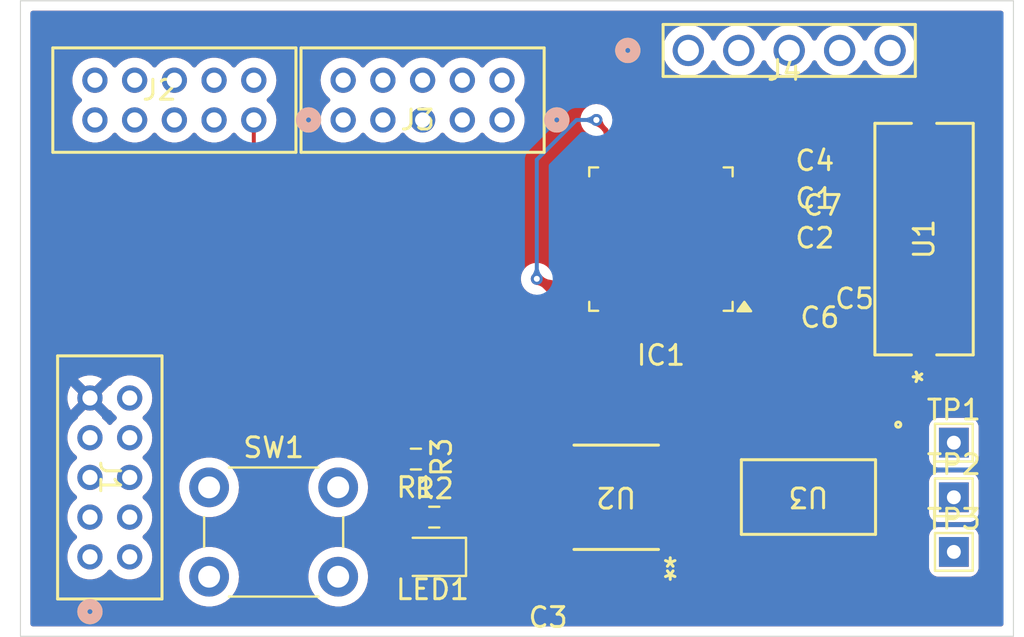
<source format=kicad_pcb>
(kicad_pcb (version 20240108) (generator "pcbnew") (generator_version "8.0")
  (layers (0 "F.Cu" signal) (31 "B.Cu" signal) (34 "B.Paste" user) (35 "F.Paste" user) (36 "B.SilkS" user "B.Silkscreen") (37 "F.SilkS" user "F.Silkscreen") (38 "B.Mask" user) (39 "F.Mask" user) (44 "Edge.Cuts" user))
  (net 0 "")
  (net 1 "RCC_OSC_OUT")
  (net 2 "GND")
  (net 3 "RCC_OSC_IN")
  (net 4 "Net-(U2-VCC)")
  (net 5 "+5V")
  (net 6 "/-3.3V")
  (net 7 "VDDA")
  (net 8 "SWCLK")
  (net 9 "/NC")
  (net 10 "TIM3_CH4")
  (net 11 "TIM2_CH3")
  (net 12 "LED")
  (net 13 "USART1_RX")
  (net 14 "TIM3_CH1")
  (net 15 "TIM1_CH3")
  (net 16 "MOSI")
  (net 17 "USART3_RX")
  (net 18 "USART1_TX")
  (net 19 "USART3_TX")
  (net 20 "TIM1_CH2")
  (net 21 "NRST")
  (net 22 "TIM3_CH3")
  (net 23 "SCLK")
  (net 24 "USART1_DE")
  (net 25 "SYS_SWDIO")
  (net 26 "TIM3_CH2")
  (net 27 "CS")
  (net 28 "TIM2_CH2")
  (net 29 "TIM2_CH1")
  (net 30 "TIM1_CH4")
  (net 31 "TIM1_CH1")
  (net 32 "TIM2_CH4")
  (net 33 "MISO")
  (net 34 "+5.0V")
  (net 35 "5V_GND")
  (net 36 "5V")
  (net 37 "A")
  (net 38 "B")
  (net 39 "SCK")
  (net 40 "Net-(LED1-Pad2)")
  (net 41 "5.2V")
  (net 42 "3.3V")
  (footprint "LED_SMD:LED_0805_2012Metric" (layer "F.Cu") (at 145.75 110 180)
    (property "Reference" "LED1" (at 0 -1.65 0) (layer "F.SilkS"))
    (property "Value" "APT2012SGC")
    (fp_line (start 1 -0.96) (end -1.685 -0.96) (stroke (width 0.12)) (layer "F.SilkS"))
    (fp_line (start -1.685 0.96) (end 1 0.96) (stroke (width 0.12)) (layer "F.SilkS"))
    (fp_line (start -1.685 -0.96) (end -1.685 0.96) (stroke (width 0.12)) (layer "F.SilkS"))
    (pad "1" smd roundrect (at -0.9375 0 180) (size 0.975 1.4) (layers "F.Cu" "F.Paste" "F.Mask") (net 2 "GND"))
    (pad "2" smd roundrect (at 0.9375 0 180) (size 0.975 1.4) (layers "F.Cu" "F.Paste" "F.Mask") (net 40 "Net-(LED1-Pad2)"))
  )
  (footprint "TestPoint:TestPoint_THTPad_1.5x1.5mm_Drill0.7mm" (layer "F.Cu") (at 172 109.75)
    (property "Reference" "TP3" (at 0 -1.648 0) (layer "F.SilkS"))
    (property "Value" "TestPoint")
    (fp_line (start -0.95 -0.95) (end 0.95 -0.95) (stroke (width 0.12)) (layer "F.SilkS"))
    (fp_line (start -0.95 0.95) (end -0.95 -0.95) (stroke (width 0.12)) (layer "F.SilkS"))
    (fp_line (start 0.95 -0.95) (end 0.95 0.95) (stroke (width 0.12)) (layer "F.SilkS"))
    (fp_line (start 0.95 0.95) (end -0.95 0.95) (stroke (width 0.12)) (layer "F.SilkS"))
    (pad "1" thru_hole rect (at 0 0) (size 1.5 1.5) (drill 0.7) (layers "*.Cu" "*.Mask") (net 42 "3.3V"))
  )
  (footprint "Capacitor_SMD:C_0201_0603Metric_Pad0.64x0.40mm_HandSolder" (layer "F.Cu") (at 165.1825 96 180)
    (property "Reference" "C5" (at -1.8175 -1 0) (layer "F.SilkS"))
    (property "Value" "GRM188R60G226MEA0D")
    (pad "1" smd roundrect (at -0.4075 0 180) (size 0.635 0.4) (layers "F.Cu" "F.Mask") (net 2 "GND"))
    (pad "2" smd roundrect (at 0.4075 0 180) (size 0.635 0.4) (layers "F.Cu" "F.Mask") (net 5 "+5V"))
  )
  (footprint "Button_Switch_THT:SW_PUSH_6mm" (layer "F.Cu") (at 134.5 106.5)
    (property "Reference" "SW1" (at 3.25 -2 0) (layer "F.SilkS"))
    (property "Value" "SW_Push")
    (fp_line (start -0.25 1.5) (end -0.25 3) (stroke (width 0.12)) (layer "F.SilkS"))
    (fp_line (start 1 5.5) (end 5.5 5.5) (stroke (width 0.12)) (layer "F.SilkS"))
    (fp_line (start 5.5 -1) (end 1 -1) (stroke (width 0.12)) (layer "F.SilkS"))
    (fp_line (start 6.75 3) (end 6.75 1.5) (stroke (width 0.12)) (layer "F.SilkS"))
    (pad "1" thru_hole circle (at 0 0 90) (size 2 2) (drill 1.1) (layers "*.Cu" "*.Mask") (net 21 "NRST"))
    (pad "1" thru_hole circle (at 6.5 0 90) (size 2 2) (drill 1.1) (layers "*.Cu" "*.Mask") (net 21 "NRST"))
    (pad "2" thru_hole circle (at 0 4.5 90) (size 2 2) (drill 1.1) (layers "*.Cu" "*.Mask") (net 2 "GND"))
    (pad "2" thru_hole circle (at 6.5 4.5 90) (size 2 2) (drill 1.1) (layers "*.Cu" "*.Mask") (net 2 "GND"))
  )
  (footprint "ST Link:CON10_2X5_UF_DF11_HIR" (layer "F.Cu") (at 128.499999 110 -90)
    (property "Reference" "J1" (at -4 -1 -90) (layer "F.SilkS"))
    (property "Value" "~")
    (fp_circle (center 2.7564 0) (end 3.1374 0) (stroke (width 0.508)) (fill none) (layer "B.SilkS"))
    (fp_line (start -10.1214 1.6289) (end 2.1214 1.6289) (stroke (width 0.1524)) (layer "F.SilkS"))
    (fp_line (start 2.1214 1.6289) (end 2.1214 -3.6289) (stroke (width 0.1524)) (layer "F.SilkS"))
    (fp_line (start -10.1214 -3.6289) (end -10.1214 1.6289) (stroke (width 0.1524)) (layer "F.SilkS"))
    (fp_line (start 2.1214 -3.6289) (end -10.1214 -3.6289) (stroke (width 0.1524)) (layer "F.SilkS"))
    (fp_circle (center 2.7564 0) (end 3.1374 0) (stroke (width 0.508)) (fill none) (layer "F.SilkS"))
    (pad "1" thru_hole circle (at 0 0 270) (size 1.27 1.27) (drill 0.762) (layers "*.Cu" "*.Mask") (net 9 "/NC"))
    (pad "2" thru_hole circle (at 0 -2.000001 270) (size 1.27 1.27) (drill 0.762) (layers "*.Cu" "*.Mask") (net 25 "SYS_SWDIO"))
    (pad "3" thru_hole circle (at -1.999999 0 270) (size 1.27 1.27) (drill 0.762) (layers "*.Cu" "*.Mask") (net 2 "GND"))
    (pad "4" thru_hole circle (at -1.999999 -2.000001 270) (size 1.27 1.27) (drill 0.762) (layers "*.Cu" "*.Mask") (net 2 "GND"))
    (pad "5" thru_hole circle (at -4 0 270) (size 1.27 1.27) (drill 0.762) (layers "*.Cu" "*.Mask") (net 9 "/NC"))
    (pad "6" thru_hole circle (at -4 -2.000001 270) (size 1.27 1.27) (drill 0.762) (layers "*.Cu" "*.Mask") (net 8 "SWCLK"))
    (pad "7" thru_hole circle (at -6.000001 0 270) (size 1.27 1.27) (drill 0.762) (layers "*.Cu" "*.Mask") (net 7 "VDDA"))
    (pad "8" thru_hole circle (at -6.000001 -2.000001 270) (size 1.27 1.27) (drill 0.762) (layers "*.Cu" "*.Mask") (net 9 "/NC"))
    (pad "9" thru_hole circle (at -7.999999 0 270) (size 1.27 1.27) (drill 0.762) (layers "*.Cu" "*.Mask") (net 34 "+5.0V"))
    (pad "10" thru_hole circle (at -7.999999 -2.000001 270) (size 1.27 1.27) (drill 0.762) (layers "*.Cu" "*.Mask") (net 9 "/NC"))
  )
  (footprint "TestPoint:TestPoint_THTPad_1.5x1.5mm_Drill0.7mm" (layer "F.Cu") (at 172 107)
    (property "Reference" "TP2" (at 0 -1.648 0) (layer "F.SilkS"))
    (property "Value" "TestPoint")
    (fp_line (start -0.95 -0.95) (end 0.95 -0.95) (stroke (width 0.12)) (layer "F.SilkS"))
    (fp_line (start -0.95 0.95) (end -0.95 -0.95) (stroke (width 0.12)) (layer "F.SilkS"))
    (fp_line (start 0.95 -0.95) (end 0.95 0.95) (stroke (width 0.12)) (layer "F.SilkS"))
    (fp_line (start 0.95 0.95) (end -0.95 0.95) (stroke (width 0.12)) (layer "F.SilkS"))
    (pad "1" thru_hole rect (at 0 0) (size 1.5 1.5) (drill 0.7) (layers "*.Cu" "*.Mask") (net 41 "5.2V"))
  )
  (footprint "Backplane:CON10_2X5_UF_DF11_HIR" (layer "F.Cu") (at 136.749999 88.000001)
    (property "Reference" "J2" (at -4.75 -1.500001 0) (layer "F.SilkS"))
    (property "Value" "DF11-10DP-2DSA24")
    (fp_circle (center 2.7564 0) (end 3.1374 0) (stroke (width 0.508)) (fill none) (layer "B.SilkS"))
    (fp_line (start -10.1214 -3.6289) (end -10.1214 1.6289) (stroke (width 0.1524)) (layer "F.SilkS"))
    (fp_line (start -10.1214 1.6289) (end 2.1214 1.6289) (stroke (width 0.1524)) (layer "F.SilkS"))
    (fp_line (start 2.1214 -3.6289) (end -10.1214 -3.6289) (stroke (width 0.1524)) (layer "F.SilkS"))
    (fp_line (start 2.1214 1.6289) (end 2.1214 -3.6289) (stroke (width 0.1524)) (layer "F.SilkS"))
    (fp_circle (center 2.7564 0) (end 3.1374 0) (stroke (width 0.508)) (fill none) (layer "F.SilkS"))
    (pad "1" thru_hole circle (at 0 0) (size 1.27 1.27) (drill 0.762) (layers "*.Cu" "*.Mask") (net 36 "5V"))
    (pad "2" thru_hole circle (at 0 -2.000001) (size 1.27 1.27) (drill 0.762) (layers "*.Cu" "*.Mask") (net 35 "5V_GND"))
    (pad "3" thru_hole circle (at -1.999999 0) (size 1.27 1.27) (drill 0.762) (layers "*.Cu" "*.Mask") (net 37 "A"))
    (pad "4" thru_hole circle (at -1.999999 -2.000001) (size 1.27 1.27) (drill 0.762) (layers "*.Cu" "*.Mask") (net 38 "B"))
    (pad "5" thru_hole circle (at -4 0) (size 1.27 1.27) (drill 0.762) (layers "*.Cu" "*.Mask") (net 31 "TIM1_CH1"))
    (pad "6" thru_hole circle (at -4 -2.000001) (size 1.27 1.27) (drill 0.762) (layers "*.Cu" "*.Mask") (net 20 "TIM1_CH2"))
    (pad "7" thru_hole circle (at -6.000001 0) (size 1.27 1.27) (drill 0.762) (layers "*.Cu" "*.Mask") (net 15 "TIM1_CH3"))
    (pad "8" thru_hole circle (at -6.000001 -2.000001) (size 1.27 1.27) (drill 0.762) (layers "*.Cu" "*.Mask") (net 30 "TIM1_CH4"))
    (pad "9" thru_hole circle (at -7.999999 0) (size 1.27 1.27) (drill 0.762) (layers "*.Cu" "*.Mask") (net 29 "TIM2_CH1"))
    (pad "10" thru_hole circle (at -7.999999 -2.000001) (size 1.27 1.27) (drill 0.762) (layers "*.Cu" "*.Mask") (net 28 "TIM2_CH2"))
  )
  (footprint "Capacitor_SMD:C_0201_0603Metric_Pad0.64x0.40mm_HandSolder" (layer "F.Cu") (at 165 93)
    (property "Reference" "C1" (at 0 -1.05 0) (layer "F.SilkS"))
    (property "Value" "18pF")
    (pad "1" smd roundrect (at -0.4075 0) (size 0.635 0.4) (layers "F.Cu" "F.Mask") (net 1 "RCC_OSC_OUT"))
    (pad "2" smd roundrect (at 0.4075 0) (size 0.635 0.4) (layers "F.Cu" "F.Mask") (net 2 "GND"))
  )
  (footprint "footprints:CONN_A-4030-05A_MOL" (layer "F.Cu") (at 158.63 84.5)
    (property "Reference" "J4" (at 4.83 1 0) (layer "F.SilkS"))
    (property "Value" "Conn_2Rows-05Pins")
    (fp_circle (center -3.048 0) (end -2.667 0) (stroke (width 0.508)) (fill none) (layer "B.SilkS"))
    (fp_line (start -1.27 -1.3081) (end -1.27 1.3081) (stroke (width 0.1524)) (layer "F.SilkS"))
    (fp_line (start -1.27 1.3081) (end 11.43 1.3081) (stroke (width 0.1524)) (layer "F.SilkS"))
    (fp_line (start 11.43 -1.3081) (end -1.27 -1.3081) (stroke (width 0.1524)) (layer "F.SilkS"))
    (fp_line (start 11.43 1.3081) (end 11.43 -1.3081) (stroke (width 0.1524)) (layer "F.SilkS"))
    (fp_circle (center -3.048 0) (end -2.667 0) (stroke (width 0.508)) (fill none) (layer "F.SilkS"))
    (pad "1" thru_hole circle (at 0 0) (size 1.5748 1.5748) (drill 1.0668) (layers "*.Cu" "*.Mask") (net 16 "MOSI"))
    (pad "2" thru_hole circle (at 2.54 0) (size 1.5748 1.5748) (drill 1.0668) (layers "*.Cu" "*.Mask") (net 33 "MISO"))
    (pad "3" thru_hole circle (at 5.08 0) (size 1.5748 1.5748) (drill 1.0668) (layers "*.Cu" "*.Mask") (net 39 "SCK"))
    (pad "4" thru_hole circle (at 7.62 0) (size 1.5748 1.5748) (drill 1.0668) (layers "*.Cu" "*.Mask") (net 27 "CS"))
    (pad "5" thru_hole circle (at 10.16 0) (size 1.5748 1.5748) (drill 1.0668) (layers "*.Cu" "*.Mask") (net 2 "GND"))
  )
  (footprint "Capacitor_SMD:C_0201_0603Metric_Pad0.64x0.40mm_HandSolder" (layer "F.Cu") (at 165.25 99)
    (property "Reference" "C6" (at 0 -1.05 360) (layer "F.SilkS"))
    (property "Value" "GRM188R60G226MEA0D")
    (pad "1" smd roundrect (at -0.4075 0) (size 0.635 0.4) (layers "F.Cu" "F.Mask") (net 6 "/-3.3V"))
    (pad "2" smd roundrect (at 0.4075 0) (size 0.635 0.4) (layers "F.Cu" "F.Mask") (net 2 "GND"))
  )
  (footprint "Capacitor_SMD:C_0201_0603Metric_Pad0.64x0.40mm_HandSolder" (layer "F.Cu") (at 151.5675 112 180)
    (property "Reference" "C3" (at 0 -1.05 360) (layer "F.SilkS"))
    (property "Value" "CL10B104KB8NNWC")
    (pad "1" smd roundrect (at -0.4075 0 180) (size 0.635 0.4) (layers "F.Cu" "F.Mask") (net 4 "Net-(U2-VCC)"))
    (pad "2" smd roundrect (at 0.4075 0 180) (size 0.635 0.4) (layers "F.Cu" "F.Mask") (net 5 "+5V"))
  )
  (footprint "TestPoint:TestPoint_THTPad_1.5x1.5mm_Drill0.7mm" (layer "F.Cu") (at 172 104.25)
    (property "Reference" "TP1" (at 0 -1.648 0) (layer "F.SilkS"))
    (property "Value" "TestPoint")
    (fp_line (start -0.95 -0.95) (end 0.95 -0.95) (stroke (width 0.12)) (layer "F.SilkS"))
    (fp_line (start -0.95 0.95) (end -0.95 -0.95) (stroke (width 0.12)) (layer "F.SilkS"))
    (fp_line (start 0.95 -0.95) (end 0.95 0.95) (stroke (width 0.12)) (layer "F.SilkS"))
    (fp_line (start 0.95 0.95) (end -0.95 0.95) (stroke (width 0.12)) (layer "F.SilkS"))
    (pad "1" thru_hole rect (at 0 0) (size 1.5 1.5) (drill 0.7) (layers "*.Cu" "*.Mask") (net 2 "GND"))
  )
  (footprint "Capacitor_SMD:C_0201_0603Metric_Pad0.64x0.40mm_HandSolder" (layer "F.Cu") (at 165.4075 91 180)
    (property "Reference" "C7" (at 0.02 -1.3 0) (layer "F.SilkS"))
    (property "Value" "C")
    (pad "1" smd roundrect (at -0.4075 0 180) (size 0.635 0.4) (layers "F.Cu" "F.Mask") (net 2 "GND"))
    (pad "2" smd roundrect (at 0.4075 0 180) (size 0.635 0.4) (layers "F.Cu" "F.Mask") (net 7 "VDDA"))
  )
  (footprint "Resistor_SMD:R_0603_1608Metric_Pad0.98x0.95mm_HandSolder" (layer "F.Cu") (at 144.9125 105.075 180)
    (property "Reference" "R1" (at 0 -1.43 0) (layer "F.SilkS"))
    (property "Value" "20k")
    (fp_line (start -0.254724 0.5225) (end 0.254724 0.5225) (stroke (width 0.12)) (layer "F.SilkS"))
    (fp_line (start -0.254724 -0.5225) (end 0.254724 -0.5225) (stroke (width 0.12)) (layer "F.SilkS"))
    (pad "1" smd roundrect (at -0.9125 0 180) (size 0.975 0.95) (layers "F.Cu" "F.Paste" "F.Mask") (net 38 "B"))
    (pad "2" smd roundrect (at 0.9125 0 180) (size 0.975 0.95) (layers "F.Cu" "F.Paste" "F.Mask") (net 2 "GND"))
  )
  (footprint "A1117IH:SOT223_AZ1117I_6P5X3P5_DIO" (layer "F.Cu") (at 164.6785 106.9873 180)
    (property "Reference" "U3" (at 0 0 180) (layer "F.SilkS"))
    (property "Value" "~")
    (fp_poly (pts (xy 1.5748 -4.0005) (xy -1.5748 -4.0005) (xy -1.5748 -2.4511) (xy 1.5748 -2.4511)) (fill solid) (layer "F.Cu"))
    (fp_line (start 3.3782 1.8796) (end 3.3782 -1.8796) (stroke (width 0.1524)) (layer "F.SilkS"))
    (fp_line (start 3.3782 -1.8796) (end -3.3782 -1.8796) (stroke (width 0.1524)) (layer "F.SilkS"))
    (fp_line (start -3.3782 1.8796) (end 3.3782 1.8796) (stroke (width 0.1524)) (layer "F.SilkS"))
    (fp_line (start -3.3782 -1.8796) (end -3.3782 1.8796) (stroke (width 0.1524)) (layer "F.SilkS"))
    (fp_circle (center -4.5212 3.6449) (end -4.3942 3.6449) (stroke (width 0.1524)) (fill none) (layer "F.SilkS"))
    (pad "1" smd rect (at -2.3 3.2258 180) (size 0.8636 1.5494) (layers "F.Cu" "F.Paste" "F.Mask") (net 2 "GND"))
    (pad "2" smd rect (at 0 3.2258 180) (size 0.8636 1.5494) (layers "F.Cu" "F.Paste" "F.Mask") (net 6 "/-3.3V"))
    (pad "3" smd rect (at 2.3 3.2258 180) (size 0.8636 1.5494) (layers "F.Cu" "F.Paste" "F.Mask") (net 5 "+5V"))
  )
  (footprint "Capacitor_SMD:C_0201_0603Metric_Pad0.64x0.40mm_HandSolder" (layer "F.Cu") (at 165 95)
    (property "Reference" "C2" (at 0 -1.05 0) (layer "F.SilkS"))
    (property "Value" "18pF")
    (pad "1" smd roundrect (at -0.4075 0) (size 0.635 0.4) (layers "F.Cu" "F.Mask") (net 3 "RCC_OSC_IN"))
    (pad "2" smd roundrect (at 0.4075 0) (size 0.635 0.4) (layers "F.Cu" "F.Mask") (net 2 "GND"))
  )
  (footprint "Capacitor_SMD:C_0201_0603Metric_Pad0.64x0.40mm_HandSolder" (layer "F.Cu") (at 165 89 180)
    (property "Reference" "C4" (at 0 -1.05 360) (layer "F.SilkS"))
    (property "Value" "C")
    (pad "1" smd roundrect (at -0.4075 0 180) (size 0.635 0.4) (layers "F.Cu" "F.Mask") (net 2 "GND"))
    (pad "2" smd roundrect (at 0.4075 0 180) (size 0.635 0.4) (layers "F.Cu" "F.Mask") (net 7 "VDDA"))
  )
  (footprint "Resistor_SMD:R_0603_1608Metric_Pad0.98x0.95mm_HandSolder" (layer "F.Cu") (at 145.8375 108)
    (property "Reference" "R2" (at 0 -1.43 0) (layer "F.SilkS"))
    (property "Value" "4.2k")
    (fp_line (start -0.254724 -0.5225) (end 0.254724 -0.5225) (stroke (width 0.12)) (layer "F.SilkS"))
    (fp_line (start -0.254724 0.5225) (end 0.254724 0.5225) (stroke (width 0.12)) (layer "F.SilkS"))
    (pad "1" smd roundrect (at -0.9125 0) (size 0.975 0.95) (layers "F.Cu" "F.Paste" "F.Mask") (net 12 "LED"))
    (pad "2" smd roundrect (at 0.9125 0) (size 0.975 0.95) (layers "F.Cu" "F.Paste" "F.Mask") (net 40 "Net-(LED1-Pad2)"))
  )
  (footprint "Resistor_SMD:R_0201_0603Metric" (layer "F.Cu") (at 147.25 104.98 90)
    (property "Reference" "R3" (at 0 -1.05 90) (layer "F.SilkS"))
    (property "Value" "10k")
    (pad "1" smd roundrect (at -0.32 0 90) (size 0.46 0.4) (layers "F.Cu" "F.Mask") (net 7 "VDDA"))
    (pad "2" smd roundrect (at 0.32 0 90) (size 0.46 0.4) (layers "F.Cu" "F.Mask") (net 21 "NRST"))
  )
  (footprint "Oscilator:ABLS-8.000MHZ-B2-T_ABR" (layer "F.Cu") (at 170.5 94 90)
    (property "Reference" "U1" (at 0 0 90) (layer "F.SilkS"))
    (property "Value" "8mHz")
    (fp_line (start 5.8293 -2.4765) (end -5.8293 -2.4765) (stroke (width 0.1524)) (layer "F.SilkS"))
    (fp_line (start -5.8293 -2.4765) (end -5.8293 -0.63754) (stroke (width 0.1524)) (layer "F.SilkS"))
    (fp_line (start 5.8293 -0.63754) (end 5.8293 -2.4765) (stroke (width 0.1524)) (layer "F.SilkS"))
    (fp_line (start -5.8293 0.63754) (end -5.8293 2.4765) (stroke (width 0.1524)) (layer "F.SilkS"))
    (fp_line (start 5.8293 2.4765) (end 5.8293 0.63754) (stroke (width 0.1524)) (layer "F.SilkS"))
    (fp_line (start -5.8293 2.4765) (end 5.8293 2.4765) (stroke (width 0.1524)) (layer "F.SilkS"))
    (fp_text user "*" (at -6.9342 0 90) (layer "F.SilkS"))
    (fp_text user "*" (at -6.9342 0 90) (layer "F.SilkS"))
    (pad "1" smd rect (at -4.4958 0 90) (size 4.1148 0.6096) (layers "F.Cu" "F.Paste" "F.Mask") (net 1 "RCC_OSC_OUT"))
    (pad "2" smd rect (at 4.4958 0 90) (size 4.1148 0.6096) (layers "F.Cu" "F.Paste" "F.Mask") (net 3 "RCC_OSC_IN"))
    (zone (net 0) (net_name "") (layer "F.Cu") (connect_pads (clearance 0)) (min_thickness 0.254)
      (keepout (tracks not_allowed) (vias not_allowed) (pads allowed) (copperpour not_allowed) (footprints allowed))
      (fill (thermal_gap 0.508) (thermal_bridge_width 0.508))
      (polygon (pts (xy 168.2013 96.3876) (xy 168.2013 91.6124) (xy 172.7987 91.6124) (xy 172.7987 96.3876)))
    )
  )
  (footprint "Package_QFP:LQFP-48_7x7mm_P0.5mm" (layer "F.Cu") (at 157.25 94 180)
    (property "Reference" "IC1" (at 0 -5.85 0) (layer "F.SilkS"))
    (property "Value" "STM32F091CCT7")
    (fp_line (start 3.61 3.61) (end 3.61 3.16) (stroke (width 0.12)) (layer "F.SilkS"))
    (fp_line (start 3.61 -3.61) (end 3.61 -3.16) (stroke (width 0.12)) (layer "F.SilkS"))
    (fp_line (start 3.16 3.61) (end 3.61 3.61) (stroke (width 0.12)) (layer "F.SilkS"))
    (fp_line (start 3.16 -3.61) (end 3.61 -3.61) (stroke (width 0.12)) (layer "F.SilkS"))
    (fp_line (start -3.16 3.61) (end -3.61 3.61) (stroke (width 0.12)) (layer "F.SilkS"))
    (fp_line (start -3.16 -3.61) (end -3.61 -3.61) (stroke (width 0.12)) (layer "F.SilkS"))
    (fp_line (start -3.61 3.61) (end -3.61 3.16) (stroke (width 0.12)) (layer "F.SilkS"))
    (fp_line (start -3.61 -3.61) (end -3.61 -3.16) (stroke (width 0.12)) (layer "F.SilkS"))
    (fp_poly (pts (xy -4.2 -3.16) (xy -4.54 -3.63) (xy -3.86 -3.63) (xy -4.2 -3.16)) (stroke (width 0.12)) (fill solid) (layer "F.SilkS"))
    (pad "1" smd roundrect (at -4.1625 -2.75 180) (size 1.475 0.3) (layers "F.Cu" "F.Paste" "F.Mask") (net 9 "/NC"))
    (pad "2" smd roundrect (at -4.1625 -2.25 180) (size 1.475 0.3) (layers "F.Cu" "F.Paste" "F.Mask") (net 9 "/NC"))
    (pad "3" smd roundrect (at -4.1625 -1.75 180) (size 1.475 0.3) (layers "F.Cu" "F.Paste" "F.Mask") (net 9 "/NC"))
    (pad "4" smd roundrect (at -4.1625 -1.25 180) (size 1.475 0.3) (layers "F.Cu" "F.Paste" "F.Mask") (net 9 "/NC"))
    (pad "5" smd roundrect (at -4.1625 -0.75 180) (size 1.475 0.3) (layers "F.Cu" "F.Paste" "F.Mask") (net 3 "RCC_OSC_IN"))
    (pad "6" smd roundrect (at -4.1625 -0.25 180) (size 1.475 0.3) (layers "F.Cu" "F.Paste" "F.Mask") (net 1 "RCC_OSC_OUT"))
    (pad "7" smd roundrect (at -4.1625 0.25 180) (size 1.475 0.3) (layers "F.Cu" "F.Paste" "F.Mask") (net 21 "NRST"))
    (pad "8" smd roundrect (at -4.1625 0.75 180) (size 1.475 0.3) (layers "F.Cu" "F.Paste" "F.Mask") (net 9 "/NC"))
    (pad "9" smd roundrect (at -4.1625 1.25 180) (size 1.475 0.3) (layers "F.Cu" "F.Paste" "F.Mask") (net 7 "VDDA"))
    (pad "10" smd roundrect (at -4.1625 1.75 180) (size 1.475 0.3) (layers "F.Cu" "F.Paste" "F.Mask") (net 29 "TIM2_CH1"))
    (pad "11" smd roundrect (at -4.1625 2.25 180) (size 1.475 0.3) (layers "F.Cu" "F.Paste" "F.Mask") (net 28 "TIM2_CH2"))
    (pad "12" smd roundrect (at -4.1625 2.75 180) (size 1.475 0.3) (layers "F.Cu" "F.Paste" "F.Mask") (net 11 "TIM2_CH3"))
    (pad "13" smd roundrect (at -2.75 4.1625 180) (size 0.3 1.475) (layers "F.Cu" "F.Paste" "F.Mask") (net 32 "TIM2_CH4"))
    (pad "14" smd roundrect (at -2.25 4.1625 180) (size 0.3 1.475) (layers "F.Cu" "F.Paste" "F.Mask") (net 27 "CS"))
    (pad "15" smd roundrect (at -1.75 4.1625 180) (size 0.3 1.475) (layers "F.Cu" "F.Paste" "F.Mask") (net 23 "SCLK"))
    (pad "16" smd roundrect (at -1.25 4.1625 180) (size 0.3 1.475) (layers "F.Cu" "F.Paste" "F.Mask") (net 33 "MISO"))
    (pad "17" smd roundrect (at -0.75 4.1625 180) (size 0.3 1.475) (layers "F.Cu" "F.Paste" "F.Mask") (net 16 "MOSI"))
    (pad "18" smd roundrect (at -0.25 4.1625 180) (size 0.3 1.475) (layers "F.Cu" "F.Paste" "F.Mask") (net 22 "TIM3_CH3"))
    (pad "19" smd roundrect (at 0.25 4.1625 180) (size 0.3 1.475) (layers "F.Cu" "F.Paste" "F.Mask") (net 10 "TIM3_CH4"))
    (pad "20" smd roundrect (at 0.75 4.1625 180) (size 0.3 1.475) (layers "F.Cu" "F.Paste" "F.Mask") (net 9 "/NC"))
    (pad "21" smd roundrect (at 1.25 4.1625 180) (size 0.3 1.475) (layers "F.Cu" "F.Paste" "F.Mask") (net 19 "USART3_TX"))
    (pad "22" smd roundrect (at 1.75 4.1625 180) (size 0.3 1.475) (layers "F.Cu" "F.Paste" "F.Mask") (net 17 "USART3_RX"))
    (pad "23" smd roundrect (at 2.25 4.1625 180) (size 0.3 1.475) (layers "F.Cu" "F.Paste" "F.Mask") (net 2 "GND"))
    (pad "24" smd roundrect (at 2.75 4.1625 180) (size 0.3 1.475) (layers "F.Cu" "F.Paste" "F.Mask") (net 7 "VDDA"))
    (pad "25" smd roundrect (at 4.1625 2.75 180) (size 1.475 0.3) (layers "F.Cu" "F.Paste" "F.Mask") (net 9 "/NC"))
    (pad "26" smd roundrect (at 4.1625 2.25 180) (size 1.475 0.3) (layers "F.Cu" "F.Paste" "F.Mask") (net 9 "/NC"))
    (pad "27" smd roundrect (at 4.1625 1.75 180) (size 1.475 0.3) (layers "F.Cu" "F.Paste" "F.Mask") (net 9 "/NC"))
    (pad "28" smd roundrect (at 4.1625 1.25 180) (size 1.475 0.3) (layers "F.Cu" "F.Paste" "F.Mask") (net 12 "LED"))
    (pad "29" smd roundrect (at 4.1625 0.75 180) (size 1.475 0.3) (layers "F.Cu" "F.Paste" "F.Mask") (net 31 "TIM1_CH1"))
    (pad "30" smd roundrect (at 4.1625 0.25 180) (size 1.475 0.3) (layers "F.Cu" "F.Paste" "F.Mask") (net 20 "TIM1_CH2"))
    (pad "31" smd roundrect (at 4.1625 -0.25 180) (size 1.475 0.3) (layers "F.Cu" "F.Paste" "F.Mask") (net 15 "TIM1_CH3"))
    (pad "32" smd roundrect (at 4.1625 -0.75 180) (size 1.475 0.3) (layers "F.Cu" "F.Paste" "F.Mask") (net 30 "TIM1_CH4"))
    (pad "33" smd roundrect (at 4.1625 -1.25 180) (size 1.475 0.3) (layers "F.Cu" "F.Paste" "F.Mask") (net 24 "USART1_DE"))
    (pad "34" smd roundrect (at 4.1625 -1.75 180) (size 1.475 0.3) (layers "F.Cu" "F.Paste" "F.Mask") (net 25 "SYS_SWDIO"))
    (pad "35" smd roundrect (at 4.1625 -2.25 180) (size 1.475 0.3) (layers "F.Cu" "F.Paste" "F.Mask") (net 9 "/NC"))
    (pad "36" smd roundrect (at 4.1625 -2.75 180) (size 1.475 0.3) (layers "F.Cu" "F.Paste" "F.Mask") (net 7 "VDDA"))
    (pad "37" smd roundrect (at 2.75 -4.1625 180) (size 0.3 1.475) (layers "F.Cu" "F.Paste" "F.Mask") (net 8 "SWCLK"))
    (pad "38" smd roundrect (at 2.25 -4.1625 180) (size 0.3 1.475) (layers "F.Cu" "F.Paste" "F.Mask") (net 9 "/NC"))
    (pad "39" smd roundrect (at 1.75 -4.1625 180) (size 0.3 1.475) (layers "F.Cu" "F.Paste" "F.Mask") (net 9 "/NC"))
    (pad "40" smd roundrect (at 1.25 -4.1625 180) (size 0.3 1.475) (layers "F.Cu" "F.Paste" "F.Mask") (net 14 "TIM3_CH1"))
    (pad "41" smd roundrect (at 0.75 -4.1625 180) (size 0.3 1.475) (layers "F.Cu" "F.Paste" "F.Mask") (net 26 "TIM3_CH2"))
    (pad "42" smd roundrect (at 0.25 -4.1625 180) (size 0.3 1.475) (layers "F.Cu" "F.Paste" "F.Mask") (net 18 "USART1_TX"))
    (pad "43" smd roundrect (at -0.25 -4.1625 180) (size 0.3 1.475) (layers "F.Cu" "F.Paste" "F.Mask") (net 13 "USART1_RX"))
    (pad "44" smd roundrect (at -0.75 -4.1625 180) (size 0.3 1.475) (layers "F.Cu" "F.Paste" "F.Mask") (net 2 "GND"))
    (pad "45" smd roundrect (at -1.25 -4.1625 180) (size 0.3 1.475) (layers "F.Cu" "F.Paste" "F.Mask") (net 2 "GND"))
    (pad "46" smd roundrect (at -1.75 -4.1625 180) (size 0.3 1.475) (layers "F.Cu" "F.Paste" "F.Mask") (net 9 "/NC"))
    (pad "47" smd roundrect (at -2.25 -4.1625 180) (size 0.3 1.475) (layers "F.Cu" "F.Paste" "F.Mask") (net 9 "/NC"))
    (pad "48" smd roundrect (at -2.75 -4.1625 180) (size 0.3 1.475) (layers "F.Cu" "F.Paste" "F.Mask") (net 2 "GND"))
  )
  (footprint "Backplane:CON10_2X5_UF_DF11_HIR" (layer "F.Cu") (at 149.250001 88.000001)
    (property "Reference" "J3" (at -4.25 0 0) (layer "F.SilkS"))
    (property "Value" "DF11-10DP-2DSA24")
    (fp_circle (center 2.7564 0) (end 3.1374 0) (stroke (width 0.508)) (fill none) (layer "B.SilkS"))
    (fp_line (start -10.1214 -3.6289) (end -10.1214 1.6289) (stroke (width 0.1524)) (layer "F.SilkS"))
    (fp_line (start -10.1214 1.6289) (end 2.1214 1.6289) (stroke (width 0.1524)) (layer "F.SilkS"))
    (fp_line (start 2.1214 -3.6289) (end -10.1214 -3.6289) (stroke (width 0.1524)) (layer "F.SilkS"))
    (fp_line (start 2.1214 1.6289) (end 2.1214 -3.6289) (stroke (width 0.1524)) (layer "F.SilkS"))
    (fp_circle (center 2.7564 0) (end 3.1374 0) (stroke (width 0.508)) (fill none) (layer "F.SilkS"))
    (pad "1" thru_hole circle (at 0 0) (size 1.27 1.27) (drill 0.762) (layers "*.Cu" "*.Mask") (net 11 "TIM2_CH3"))
    (pad "2" thru_hole circle (at 0 -2.000001) (size 1.27 1.27) (drill 0.762) (layers "*.Cu" "*.Mask") (net 32 "TIM2_CH4"))
    (pad "3" thru_hole circle (at -1.999999 0) (size 1.27 1.27) (drill 0.762) (layers "*.Cu" "*.Mask") (net 14 "TIM3_CH1"))
    (pad "4" thru_hole circle (at -1.999999 -2.000001) (size 1.27 1.27) (drill 0.762) (layers "*.Cu" "*.Mask") (net 26 "TIM3_CH2"))
    (pad "5" thru_hole circle (at -4 0) (size 1.27 1.27) (drill 0.762) (layers "*.Cu" "*.Mask") (net 17 "USART3_RX"))
    (pad "6" thru_hole circle (at -4 -2.000001) (size 1.27 1.27) (drill 0.762) (layers "*.Cu" "*.Mask") (net 21 "NRST"))
    (pad "7" thru_hole circle (at -6.000001 0) (size 1.27 1.27) (drill 0.762) (layers "*.Cu" "*.Mask") (net 33 "MISO"))
    (pad "8" thru_hole circle (at -6.000001 -2.000001) (size 1.27 1.27) (drill 0.762) (layers "*.Cu" "*.Mask") (net 16 "MOSI"))
    (pad "9" thru_hole circle (at -7.999999 0) (size 1.27 1.27) (drill 0.762) (layers "*.Cu" "*.Mask") (net 23 "SCLK"))
    (pad "10" thru_hole circle (at -7.999999 -2.000001) (size 1.27 1.27) (drill 0.762) (layers "*.Cu" "*.Mask") (net 27 "CS"))
  )
  (footprint "MAX45:21-0041-3-M_90-0096-8L_MXM" (layer "F.Cu") (at 155 107 180)
    (property "Reference" "U2" (at 0 0 180) (layer "F.SilkS"))
    (property "Value" "MAX485CSA+T")
    (fp_line (start 2.127 -2.627) (end -2.127 -2.627) (stroke (width 0.1524)) (layer "F.SilkS"))
    (fp_line (start -2.127 2.627) (end 2.127 2.627) (stroke (width 0.1524)) (layer "F.SilkS"))
    (fp_text user "*" (at -2.719 -3.5888 180) (layer "F.SilkS"))
    (fp_text user "*" (at -2.719 -3.5888 0) (layer "F.SilkS"))
    (pad "1" smd rect (at -2.464999 -1.905 180) (size 1.9812 0.5408) (layers "F.Cu" "F.Paste" "F.Mask") (net 13 "USART1_RX"))
    (pad "2" smd rect (at -2.464999 -0.635 180) (size 1.9812 0.5408) (layers "F.Cu" "F.Paste" "F.Mask") (net 24 "USART1_DE"))
    (pad "3" smd rect (at -2.464999 0.635 180) (size 1.9812 0.5408) (layers "F.Cu" "F.Paste" "F.Mask") (net 24 "USART1_DE"))
    (pad "4" smd rect (at -2.464999 1.905 180) (size 1.9812 0.5408) (layers "F.Cu" "F.Paste" "F.Mask") (net 18 "USART1_TX"))
    (pad "5" smd rect (at 2.464999 1.905 180) (size 1.9812 0.5408) (layers "F.Cu" "F.Paste" "F.Mask") (net 2 "GND"))
    (pad "6" smd rect (at 2.464999 0.635 180) (size 1.9812 0.5408) (layers "F.Cu" "F.Paste" "F.Mask") (net 37 "A"))
    (pad "7" smd rect (at 2.464999 -0.635 180) (size 1.9812 0.5408) (layers "F.Cu" "F.Paste" "F.Mask") (net 38 "B"))
    (pad "8" smd rect (at 2.464999 -1.905 180) (size 1.9812 0.5408) (layers "F.Cu" "F.Paste" "F.Mask") (net 4 "Net-(U2-VCC)"))
  )
  (gr_line (start 175 114) (end 175 82) (stroke (width 0.05)) (layer "Edge.Cuts"))
  (gr_line (start 175 82) (end 125 82) (stroke (width 0.05)) (layer "Edge.Cuts"))
  (gr_line (start 125 114) (end 175 114) (stroke (width 0.05)) (layer "Edge.Cuts"))
  (gr_line (start 125 82) (end 125 114) (stroke (width 0.05)) (layer "Edge.Cuts"))
  (segment (start 164.5925 93) (end 163.3425 94.25) (width 0.2) (layer "F.Cu") (net 1))
  (segment (start 163.3425 94.25) (end 161.4125 94.25) (width 0.2) (layer "F.Cu") (net 1))
  (segment (start 165.815 89.4075) (end 165.815 91) (width 0.2) (layer "F.Cu") (net 2))
  (segment (start 165.4075 95) (end 165.4075 95.8175) (width 0.2) (layer "F.Cu") (net 2))
  (segment (start 165.4075 95.8175) (end 165.59 96) (width 0.2) (layer "F.Cu") (net 2))
  (segment (start 165.815 91) (end 165.815 92.5925) (width 0.2) (layer "F.Cu") (net 2))
  (segment (start 165.4075 93) (end 165.4075 95) (width 0.2) (layer "F.Cu") (net 2))
  (segment (start 166.9785 100.321) (end 165.6575 99) (width 0.2) (layer "F.Cu") (net 2))
  (segment (start 165.815 92.5925) (end 165.4075 93) (width 0.2) (layer "F.Cu") (net 2))
  (segment (start 165.59 89.52) (end 165.61 89.5) (width 0.2) (layer "F.Cu") (net 2))
  (segment (start 165.4075 89) (end 165.815 89.4075) (width 0.2) (layer "F.Cu") (net 2))
  (segment (start 166.9785 103.7615) (end 166.9785 100.321) (width 0.2) (layer "F.Cu") (net 2))
  (segment (start 165.59 91) (end 165.815 91.225) (width 0.2) (layer "F.Cu") (net 2))
  (segment (start 164.3425 94.75) (end 161.4125 94.75) (width 0.2) (layer "F.Cu") (net 3))
  (segment (start 164.5925 95) (end 164.3425 94.75) (width 0.2) (layer "F.Cu") (net 3))
  (segment (start 151.975 112) (end 151.975 111.800001) (width 0.2) (layer "F.Cu") (net 4))
  (segment (start 151.975 111.800001) (end 152.535001 111.24) (width 0.2) (layer "F.Cu") (net 4))
  (segment (start 152.535001 111.24) (end 152.535001 108.905) (width 0.2) (layer "F.Cu") (net 4))
  (segment (start 151.960001 113) (end 159 113) (width 0.2) (layer "F.Cu") (net 5))
  (segment (start 164 102) (end 164 96.775) (width 0.2) (layer "F.Cu") (net 5))
  (segment (start 161 111) (end 161 105) (width 0.2) (layer "F.Cu") (net 5))
  (segment (start 164 96.775) (end 164.775 96) (width 0.2) (layer "F.Cu") (net 5))
  (segment (start 162.3785 103.6215) (end 164 102) (width 0.2) (layer "F.Cu") (net 5))
  (segment (start 161.14 105) (end 162.3785 103.7615) (width 0.2) (layer "F.Cu") (net 5))
  (segment (start 161 105) (end 161.14 105) (width 0.2) (layer "F.Cu") (net 5))
  (segment (start 159 113) (end 161 111) (width 0.2) (layer "F.Cu") (net 5))
  (segment (start 151.16 112) (end 151.16 112.199999) (width 0.2) (layer "F.Cu") (net 5))
  (segment (start 162.3785 103.7615) (end 162.3785 103.6215) (width 0.2) (layer "F.Cu") (net 5))
  (segment (start 151.16 112.199999) (end 151.960001 113) (width 0.2) (layer "F.Cu") (net 5))
  (segment (start 164.6785 99.363999) (end 164.6785 103.7615) (width 0.2) (layer "F.Cu") (net 6))
  (segment (start 164.8425 99.199999) (end 164.6785 99.363999) (width 0.2) (layer "F.Cu") (net 6))
  (segment (start 164.8425 99) (end 164.8425 99.199999) (width 0.2) (layer "F.Cu") (net 6))
  (segment (start 154.5 88.5) (end 154 88) (width 0.2) (layer "F.Cu") (net 7))
  (segment (start 151.75 96.75) (end 153.0875 96.75) (width 0.2) (layer "F.Cu") (net 7))
  (segment (start 164.5925 89) (end 164.5925 90.5925) (width 0.2) (layer "F.Cu") (net 7))
  (segment (start 151 96) (end 151.75 96.75) (width 0.2) (layer "F.Cu") (net 7))
  (segment (start 165 91) (end 163.25 92.75) (width 0.2) (layer "F.Cu") (net 7))
  (segment (start 163.25 92.75) (end 161.4125 92.75) (width 0.2) (layer "F.Cu") (net 7))
  (segment (start 164.5925 90.5925) (end 165 91) (width 0.2) (layer "F.Cu") (net 7))
  (segment (start 154.5 89.8375) (end 154.5 88.5) (width 0.2) (layer "F.Cu") (net 7))
  (via (at 151 96) (size 0.6) (drill 0.3) (layers "F.Cu" "B.Cu") (net 7))
  (via (at 154 88) (size 0.6) (drill 0.3) (layers "F.Cu" "B.Cu") (net 7))
  (via (at 154 88) (size 0.6) (drill 0.3) (layers "F.Cu" "B.Cu") (net 7))
  (segment (start 151 90) (end 151 96) (width 0.2) (layer "B.Cu") (net 7))
  (segment (start 154 88) (end 153 88) (width 0.2) (layer "B.Cu") (net 7))
  (segment (start 153 88) (end 151 90) (width 0.2) (layer "B.Cu") (net 7))
  (segment (start 136.749999 89.749999) (end 138 91) (width 0.2) (layer "F.Cu") (net 36))
  (segment (start 136.749999 88.000001) (end 136.749999 89.749999) (width 0.2) (layer "F.Cu") (net 36))
  (zone (net 34) (net_name "+5.0V") (layer "F.Cu") (priority 5) (connect_pads (clearance 0.5)) (min_thickness 0.25) (fill yes (thermal_gap 0.5) (thermal_bridge_width 0.5))
    (polygon (pts (xy 125 82) (xy 125 114) (xy 175 114) (xy 175 82)))
  )
  (zone (net 7) (net_name "VDDA") (layer "F.Cu") (priority 4) (connect_pads (clearance 0.5)) (min_thickness 0.25) (fill yes (thermal_gap 0.5) (thermal_bridge_width 0.5))
    (polygon (pts (xy 125 82) (xy 125 114) (xy 175 114) (xy 175 82)))
  )
  (zone (net 34) (net_name "+5.0V") (layer "B.Cu") (priority 2) (connect_pads (clearance 0.5)) (min_thickness 0.25) (fill yes (thermal_gap 0.5) (thermal_bridge_width 0.5))
    (polygon (pts (xy 125 82) (xy 125 114) (xy 175 114) (xy 175 82)))
  )
  (zone (net 7) (net_name "VDDA") (layer "B.Cu") (priority 1) (connect_pads (clearance 0.5)) (min_thickness 0.25) (fill yes (thermal_gap 0.5) (thermal_bridge_width 0.5))
    (polygon (pts (xy 125 82) (xy 125 114) (xy 175 114) (xy 175 82)))
  )
)
</source>
